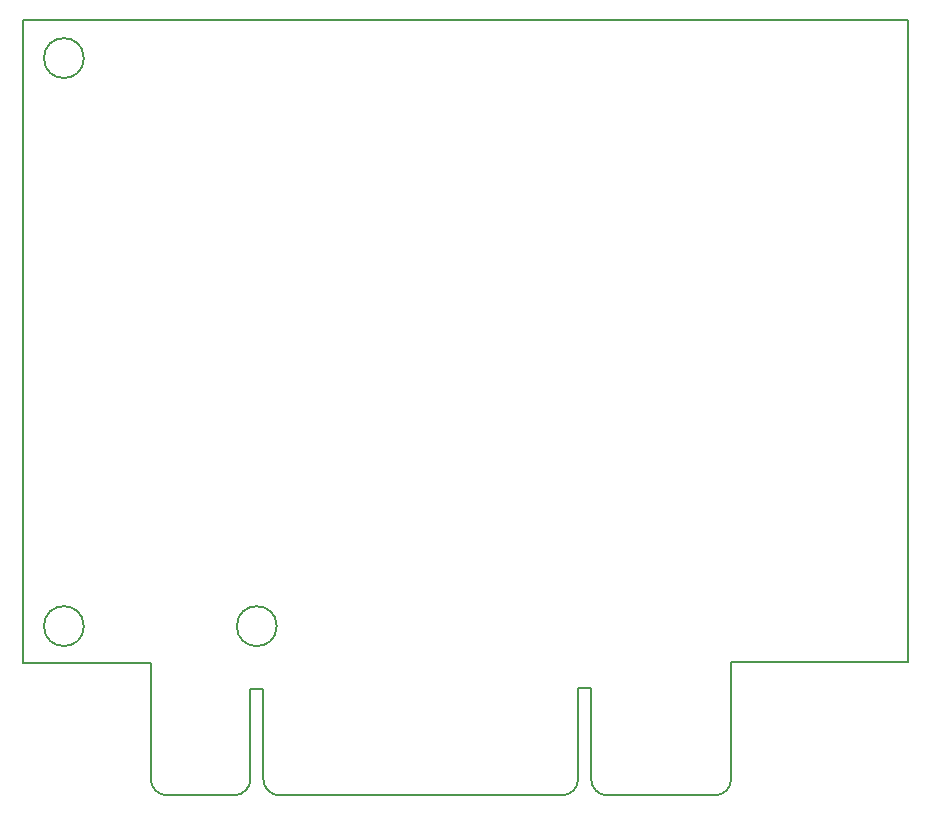
<source format=gko>
G04 #@! TF.GenerationSoftware,KiCad,Pcbnew,(5.1.9)-1*
G04 #@! TF.CreationDate,2021-05-14T21:12:05-04:00*
G04 #@! TF.ProjectId,CBM-SD,43424d2d-5344-42e6-9b69-6361645f7063,rev?*
G04 #@! TF.SameCoordinates,Original*
G04 #@! TF.FileFunction,Profile,NP*
%FSLAX46Y46*%
G04 Gerber Fmt 4.6, Leading zero omitted, Abs format (unit mm)*
G04 Created by KiCad (PCBNEW (5.1.9)-1) date 2021-05-14 21:12:05*
%MOMM*%
%LPD*%
G01*
G04 APERTURE LIST*
G04 #@! TA.AperFunction,Profile*
%ADD10C,0.200660*%
G04 #@! TD*
G04 APERTURE END LIST*
D10*
X122337228Y-69011800D02*
G75*
G03*
X122337228Y-69011800I-1687228J0D01*
G01*
X122337228Y-117104827D02*
G75*
G03*
X122337228Y-117104827I-1687228J0D01*
G01*
X192151000Y-120142000D02*
X181165500Y-120142000D01*
X192151000Y-65786000D02*
X117221000Y-65786000D01*
X117221000Y-120230900D02*
X117221000Y-65786000D01*
X128003300Y-120230900D02*
X117221000Y-120230900D01*
X128003300Y-130035300D02*
X128003300Y-120230900D01*
X138669428Y-117106700D02*
G75*
G03*
X138669428Y-117106700I-1687228J0D01*
G01*
X177152300Y-120142000D02*
X177152300Y-120192800D01*
X181165500Y-120142000D02*
X177152300Y-120142000D01*
X192151000Y-114109500D02*
X192151000Y-120142000D01*
X177152300Y-130035300D02*
X177152300Y-120192800D01*
X166674800Y-131432300D02*
X175755300Y-131432300D01*
X138925300Y-131432300D02*
X162801300Y-131432300D01*
X129400300Y-131432300D02*
X135051800Y-131432300D01*
X136448800Y-122415300D02*
X136448800Y-130035300D01*
X137528300Y-130035300D02*
X137528300Y-122415300D01*
X164198300Y-122351800D02*
X164198300Y-130035300D01*
X165277800Y-130035300D02*
X165277800Y-122351800D01*
X129400300Y-131432300D02*
G75*
G02*
X128003300Y-130035300I0J1397000D01*
G01*
X136448800Y-130035300D02*
G75*
G02*
X135051800Y-131432300I-1397000J0D01*
G01*
X138925300Y-131432300D02*
G75*
G02*
X137528300Y-130035300I0J1397000D01*
G01*
X164198300Y-130035300D02*
G75*
G02*
X162801300Y-131432300I-1397000J0D01*
G01*
X166674800Y-131432300D02*
G75*
G02*
X165277800Y-130035300I0J1397000D01*
G01*
X177152300Y-130035300D02*
G75*
G02*
X175755300Y-131432300I-1397000J0D01*
G01*
X136448800Y-122415300D02*
X137528300Y-122415300D01*
X165277800Y-122351800D02*
X164198300Y-122351800D01*
X192151000Y-65786000D02*
X192151000Y-114109500D01*
M02*

</source>
